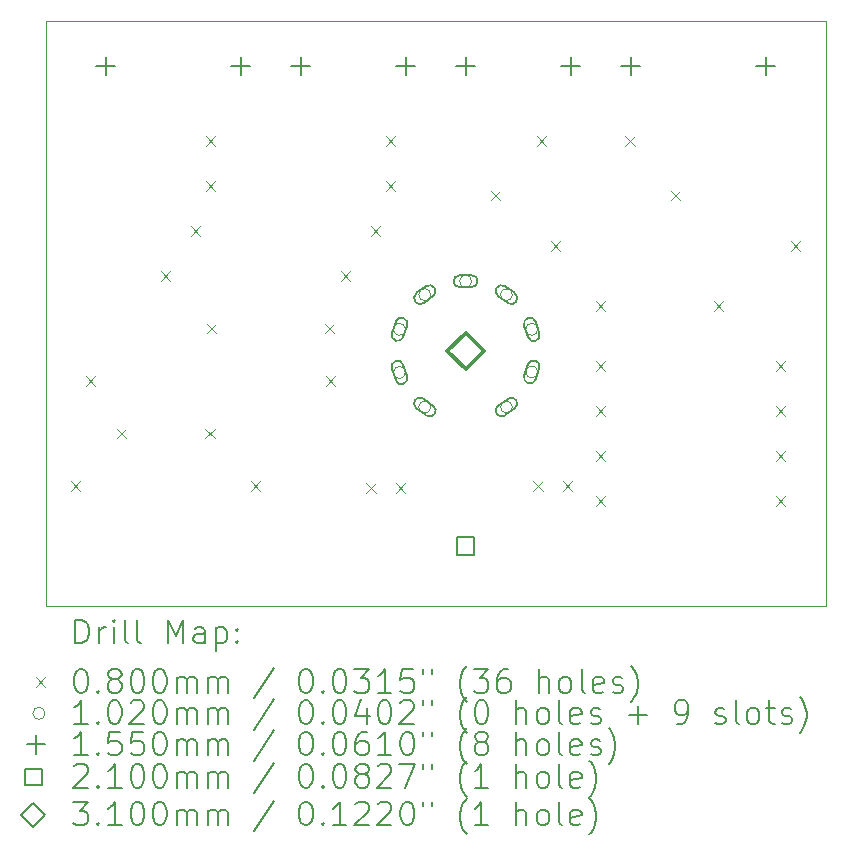
<source format=gbr>
%TF.GenerationSoftware,KiCad,Pcbnew,(6.0.11-0)*%
%TF.CreationDate,2023-05-07T13:50:48+09:00*%
%TF.ProjectId,tubeTest,74756265-5465-4737-942e-6b696361645f,rev?*%
%TF.SameCoordinates,Original*%
%TF.FileFunction,Drillmap*%
%TF.FilePolarity,Positive*%
%FSLAX45Y45*%
G04 Gerber Fmt 4.5, Leading zero omitted, Abs format (unit mm)*
G04 Created by KiCad (PCBNEW (6.0.11-0)) date 2023-05-07 13:50:48*
%MOMM*%
%LPD*%
G01*
G04 APERTURE LIST*
%ADD10C,0.100000*%
%ADD11C,0.200000*%
%ADD12C,0.080000*%
%ADD13C,0.102000*%
%ADD14C,0.155000*%
%ADD15C,0.210000*%
%ADD16C,0.310000*%
G04 APERTURE END LIST*
D10*
X10922000Y-8128000D02*
X17526000Y-8128000D01*
X10922000Y-13081000D02*
X10922000Y-8128000D01*
X17526000Y-13081000D02*
X10922000Y-13081000D01*
X17526000Y-8128000D02*
X17526000Y-13081000D01*
D11*
D12*
X11136000Y-12025000D02*
X11216000Y-12105000D01*
X11216000Y-12025000D02*
X11136000Y-12105000D01*
X11263000Y-11136000D02*
X11343000Y-11216000D01*
X11343000Y-11136000D02*
X11263000Y-11216000D01*
X11523000Y-11580500D02*
X11603000Y-11660500D01*
X11603000Y-11580500D02*
X11523000Y-11660500D01*
X11898000Y-10247000D02*
X11978000Y-10327000D01*
X11978000Y-10247000D02*
X11898000Y-10327000D01*
X12152000Y-9866000D02*
X12232000Y-9946000D01*
X12232000Y-9866000D02*
X12152000Y-9946000D01*
X12273000Y-11580500D02*
X12353000Y-11660500D01*
X12353000Y-11580500D02*
X12273000Y-11660500D01*
X12279000Y-9104000D02*
X12359000Y-9184000D01*
X12359000Y-9104000D02*
X12279000Y-9184000D01*
X12279000Y-9485000D02*
X12359000Y-9565000D01*
X12359000Y-9485000D02*
X12279000Y-9565000D01*
X12287000Y-10691500D02*
X12367000Y-10771500D01*
X12367000Y-10691500D02*
X12287000Y-10771500D01*
X12660000Y-12025000D02*
X12740000Y-12105000D01*
X12740000Y-12025000D02*
X12660000Y-12105000D01*
X13287000Y-10691500D02*
X13367000Y-10771500D01*
X13367000Y-10691500D02*
X13287000Y-10771500D01*
X13295000Y-11136000D02*
X13375000Y-11216000D01*
X13375000Y-11136000D02*
X13295000Y-11216000D01*
X13422000Y-10247000D02*
X13502000Y-10327000D01*
X13502000Y-10247000D02*
X13422000Y-10327000D01*
X13637639Y-12043250D02*
X13717639Y-12123250D01*
X13717639Y-12043250D02*
X13637639Y-12123250D01*
X13676000Y-9866000D02*
X13756000Y-9946000D01*
X13756000Y-9866000D02*
X13676000Y-9946000D01*
X13803000Y-9104000D02*
X13883000Y-9184000D01*
X13883000Y-9104000D02*
X13803000Y-9184000D01*
X13803000Y-9485000D02*
X13883000Y-9565000D01*
X13883000Y-9485000D02*
X13803000Y-9565000D01*
X13887639Y-12043250D02*
X13967639Y-12123250D01*
X13967639Y-12043250D02*
X13887639Y-12123250D01*
X14692000Y-9567000D02*
X14772000Y-9647000D01*
X14772000Y-9567000D02*
X14692000Y-9647000D01*
X15053000Y-12025000D02*
X15133000Y-12105000D01*
X15133000Y-12025000D02*
X15053000Y-12105000D01*
X15079000Y-9104000D02*
X15159000Y-9184000D01*
X15159000Y-9104000D02*
X15079000Y-9184000D01*
X15200000Y-9993000D02*
X15280000Y-10073000D01*
X15280000Y-9993000D02*
X15200000Y-10073000D01*
X15303000Y-12025000D02*
X15383000Y-12105000D01*
X15383000Y-12025000D02*
X15303000Y-12105000D01*
X15581000Y-10501000D02*
X15661000Y-10581000D01*
X15661000Y-10501000D02*
X15581000Y-10581000D01*
X15581000Y-11009000D02*
X15661000Y-11089000D01*
X15661000Y-11009000D02*
X15581000Y-11089000D01*
X15581000Y-11390000D02*
X15661000Y-11470000D01*
X15661000Y-11390000D02*
X15581000Y-11470000D01*
X15581000Y-11771000D02*
X15661000Y-11851000D01*
X15661000Y-11771000D02*
X15581000Y-11851000D01*
X15581000Y-12152000D02*
X15661000Y-12232000D01*
X15661000Y-12152000D02*
X15581000Y-12232000D01*
X15829000Y-9104000D02*
X15909000Y-9184000D01*
X15909000Y-9104000D02*
X15829000Y-9184000D01*
X16216000Y-9567000D02*
X16296000Y-9647000D01*
X16296000Y-9567000D02*
X16216000Y-9647000D01*
X16581000Y-10501000D02*
X16661000Y-10581000D01*
X16661000Y-10501000D02*
X16581000Y-10581000D01*
X17105000Y-11009000D02*
X17185000Y-11089000D01*
X17185000Y-11009000D02*
X17105000Y-11089000D01*
X17105000Y-11390000D02*
X17185000Y-11470000D01*
X17185000Y-11390000D02*
X17105000Y-11470000D01*
X17105000Y-11771000D02*
X17185000Y-11851000D01*
X17185000Y-11771000D02*
X17105000Y-11851000D01*
X17105000Y-12152000D02*
X17185000Y-12232000D01*
X17185000Y-12152000D02*
X17105000Y-12232000D01*
X17232000Y-9993000D02*
X17312000Y-10073000D01*
X17312000Y-9993000D02*
X17232000Y-10073000D01*
D13*
X13969000Y-10739000D02*
G75*
G03*
X13969000Y-10739000I-51000J0D01*
G01*
D11*
X13950898Y-10802788D02*
X13982109Y-10706732D01*
X13853891Y-10771269D02*
X13885101Y-10675212D01*
X13982109Y-10706732D02*
G75*
G03*
X13885101Y-10675212I-48504J15760D01*
G01*
X13853891Y-10771269D02*
G75*
G03*
X13950898Y-10802788I48504J-15760D01*
G01*
D13*
X13969000Y-11104000D02*
G75*
G03*
X13969000Y-11104000I-51000J0D01*
G01*
D11*
X13982109Y-11136269D02*
X13950898Y-11040212D01*
X13885101Y-11167788D02*
X13853891Y-11071732D01*
X13950898Y-11040212D02*
G75*
G03*
X13853891Y-11071732I-48504J-15760D01*
G01*
X13885101Y-11167788D02*
G75*
G03*
X13982109Y-11136269I48504J15760D01*
G01*
D13*
X14184000Y-10446000D02*
G75*
G03*
X14184000Y-10446000I-51000J0D01*
G01*
D11*
X14122122Y-10516943D02*
X14203832Y-10457577D01*
X14062168Y-10434423D02*
X14143878Y-10375057D01*
X14203832Y-10457577D02*
G75*
G03*
X14143878Y-10375057I-29977J41260D01*
G01*
X14062168Y-10434423D02*
G75*
G03*
X14122122Y-10516943I29977J-41260D01*
G01*
D13*
X14184000Y-11397000D02*
G75*
G03*
X14184000Y-11397000I-51000J0D01*
G01*
D11*
X14203832Y-11385423D02*
X14122122Y-11326057D01*
X14143878Y-11467943D02*
X14062168Y-11408577D01*
X14122122Y-11326057D02*
G75*
G03*
X14062168Y-11408577I-29977J-41260D01*
G01*
X14143878Y-11467943D02*
G75*
G03*
X14203832Y-11385423I29977J41260D01*
G01*
D13*
X14529000Y-10332000D02*
G75*
G03*
X14529000Y-10332000I-51000J0D01*
G01*
D11*
X14427500Y-10383000D02*
X14528500Y-10383000D01*
X14427500Y-10281000D02*
X14528500Y-10281000D01*
X14528500Y-10383000D02*
G75*
G03*
X14528500Y-10281000I0J51000D01*
G01*
X14427500Y-10281000D02*
G75*
G03*
X14427500Y-10383000I0J-51000D01*
G01*
D13*
X14875000Y-10446000D02*
G75*
G03*
X14875000Y-10446000I-51000J0D01*
G01*
D11*
X14894832Y-10434423D02*
X14813122Y-10375057D01*
X14834878Y-10516943D02*
X14753168Y-10457577D01*
X14813122Y-10375057D02*
G75*
G03*
X14753168Y-10457577I-29977J-41260D01*
G01*
X14834878Y-10516943D02*
G75*
G03*
X14894832Y-10434423I29977J41260D01*
G01*
D13*
X14875000Y-11397000D02*
G75*
G03*
X14875000Y-11397000I-51000J0D01*
G01*
D11*
X14813122Y-11467943D02*
X14894832Y-11408577D01*
X14753168Y-11385423D02*
X14834878Y-11326057D01*
X14894832Y-11408577D02*
G75*
G03*
X14834878Y-11326057I-29977J41260D01*
G01*
X14753168Y-11385423D02*
G75*
G03*
X14813122Y-11467943I29977J-41260D01*
G01*
D13*
X15090000Y-10739000D02*
G75*
G03*
X15090000Y-10739000I-51000J0D01*
G01*
D11*
X15103109Y-10771269D02*
X15071898Y-10675212D01*
X15006101Y-10802788D02*
X14974891Y-10706732D01*
X15071898Y-10675212D02*
G75*
G03*
X14974891Y-10706732I-48504J-15760D01*
G01*
X15006101Y-10802788D02*
G75*
G03*
X15103109Y-10771269I48504J15760D01*
G01*
D13*
X15090000Y-11100000D02*
G75*
G03*
X15090000Y-11100000I-51000J0D01*
G01*
D11*
X15071898Y-11163788D02*
X15103109Y-11067732D01*
X14974891Y-11132269D02*
X15006101Y-11036212D01*
X15103109Y-11067732D02*
G75*
G03*
X15006101Y-11036212I-48504J15760D01*
G01*
X14974891Y-11132269D02*
G75*
G03*
X15071898Y-11163788I48504J-15760D01*
G01*
D14*
X11430000Y-8431500D02*
X11430000Y-8586500D01*
X11352500Y-8509000D02*
X11507500Y-8509000D01*
X12573000Y-8431500D02*
X12573000Y-8586500D01*
X12495500Y-8509000D02*
X12650500Y-8509000D01*
X13081000Y-8431500D02*
X13081000Y-8586500D01*
X13003500Y-8509000D02*
X13158500Y-8509000D01*
X13970000Y-8431500D02*
X13970000Y-8586500D01*
X13892500Y-8509000D02*
X14047500Y-8509000D01*
X14478000Y-8431500D02*
X14478000Y-8586500D01*
X14400500Y-8509000D02*
X14555500Y-8509000D01*
X15367000Y-8431500D02*
X15367000Y-8586500D01*
X15289500Y-8509000D02*
X15444500Y-8509000D01*
X15875000Y-8431500D02*
X15875000Y-8586500D01*
X15797500Y-8509000D02*
X15952500Y-8509000D01*
X17018000Y-8431500D02*
X17018000Y-8586500D01*
X16940500Y-8509000D02*
X17095500Y-8509000D01*
D15*
X14552247Y-12647247D02*
X14552247Y-12498753D01*
X14403753Y-12498753D01*
X14403753Y-12647247D01*
X14552247Y-12647247D01*
D16*
X14478000Y-11077000D02*
X14633000Y-10922000D01*
X14478000Y-10767000D01*
X14323000Y-10922000D01*
X14478000Y-11077000D01*
D11*
X11174619Y-13396476D02*
X11174619Y-13196476D01*
X11222238Y-13196476D01*
X11250809Y-13206000D01*
X11269857Y-13225048D01*
X11279381Y-13244095D01*
X11288905Y-13282190D01*
X11288905Y-13310762D01*
X11279381Y-13348857D01*
X11269857Y-13367905D01*
X11250809Y-13386952D01*
X11222238Y-13396476D01*
X11174619Y-13396476D01*
X11374619Y-13396476D02*
X11374619Y-13263143D01*
X11374619Y-13301238D02*
X11384143Y-13282190D01*
X11393667Y-13272667D01*
X11412714Y-13263143D01*
X11431762Y-13263143D01*
X11498428Y-13396476D02*
X11498428Y-13263143D01*
X11498428Y-13196476D02*
X11488905Y-13206000D01*
X11498428Y-13215524D01*
X11507952Y-13206000D01*
X11498428Y-13196476D01*
X11498428Y-13215524D01*
X11622238Y-13396476D02*
X11603190Y-13386952D01*
X11593667Y-13367905D01*
X11593667Y-13196476D01*
X11727000Y-13396476D02*
X11707952Y-13386952D01*
X11698428Y-13367905D01*
X11698428Y-13196476D01*
X11955571Y-13396476D02*
X11955571Y-13196476D01*
X12022238Y-13339333D01*
X12088905Y-13196476D01*
X12088905Y-13396476D01*
X12269857Y-13396476D02*
X12269857Y-13291714D01*
X12260333Y-13272667D01*
X12241286Y-13263143D01*
X12203190Y-13263143D01*
X12184143Y-13272667D01*
X12269857Y-13386952D02*
X12250809Y-13396476D01*
X12203190Y-13396476D01*
X12184143Y-13386952D01*
X12174619Y-13367905D01*
X12174619Y-13348857D01*
X12184143Y-13329809D01*
X12203190Y-13320286D01*
X12250809Y-13320286D01*
X12269857Y-13310762D01*
X12365095Y-13263143D02*
X12365095Y-13463143D01*
X12365095Y-13272667D02*
X12384143Y-13263143D01*
X12422238Y-13263143D01*
X12441286Y-13272667D01*
X12450809Y-13282190D01*
X12460333Y-13301238D01*
X12460333Y-13358381D01*
X12450809Y-13377428D01*
X12441286Y-13386952D01*
X12422238Y-13396476D01*
X12384143Y-13396476D01*
X12365095Y-13386952D01*
X12546048Y-13377428D02*
X12555571Y-13386952D01*
X12546048Y-13396476D01*
X12536524Y-13386952D01*
X12546048Y-13377428D01*
X12546048Y-13396476D01*
X12546048Y-13272667D02*
X12555571Y-13282190D01*
X12546048Y-13291714D01*
X12536524Y-13282190D01*
X12546048Y-13272667D01*
X12546048Y-13291714D01*
D12*
X10837000Y-13686000D02*
X10917000Y-13766000D01*
X10917000Y-13686000D02*
X10837000Y-13766000D01*
D11*
X11212714Y-13616476D02*
X11231762Y-13616476D01*
X11250809Y-13626000D01*
X11260333Y-13635524D01*
X11269857Y-13654571D01*
X11279381Y-13692667D01*
X11279381Y-13740286D01*
X11269857Y-13778381D01*
X11260333Y-13797428D01*
X11250809Y-13806952D01*
X11231762Y-13816476D01*
X11212714Y-13816476D01*
X11193667Y-13806952D01*
X11184143Y-13797428D01*
X11174619Y-13778381D01*
X11165095Y-13740286D01*
X11165095Y-13692667D01*
X11174619Y-13654571D01*
X11184143Y-13635524D01*
X11193667Y-13626000D01*
X11212714Y-13616476D01*
X11365095Y-13797428D02*
X11374619Y-13806952D01*
X11365095Y-13816476D01*
X11355571Y-13806952D01*
X11365095Y-13797428D01*
X11365095Y-13816476D01*
X11488905Y-13702190D02*
X11469857Y-13692667D01*
X11460333Y-13683143D01*
X11450809Y-13664095D01*
X11450809Y-13654571D01*
X11460333Y-13635524D01*
X11469857Y-13626000D01*
X11488905Y-13616476D01*
X11527000Y-13616476D01*
X11546048Y-13626000D01*
X11555571Y-13635524D01*
X11565095Y-13654571D01*
X11565095Y-13664095D01*
X11555571Y-13683143D01*
X11546048Y-13692667D01*
X11527000Y-13702190D01*
X11488905Y-13702190D01*
X11469857Y-13711714D01*
X11460333Y-13721238D01*
X11450809Y-13740286D01*
X11450809Y-13778381D01*
X11460333Y-13797428D01*
X11469857Y-13806952D01*
X11488905Y-13816476D01*
X11527000Y-13816476D01*
X11546048Y-13806952D01*
X11555571Y-13797428D01*
X11565095Y-13778381D01*
X11565095Y-13740286D01*
X11555571Y-13721238D01*
X11546048Y-13711714D01*
X11527000Y-13702190D01*
X11688905Y-13616476D02*
X11707952Y-13616476D01*
X11727000Y-13626000D01*
X11736524Y-13635524D01*
X11746048Y-13654571D01*
X11755571Y-13692667D01*
X11755571Y-13740286D01*
X11746048Y-13778381D01*
X11736524Y-13797428D01*
X11727000Y-13806952D01*
X11707952Y-13816476D01*
X11688905Y-13816476D01*
X11669857Y-13806952D01*
X11660333Y-13797428D01*
X11650809Y-13778381D01*
X11641286Y-13740286D01*
X11641286Y-13692667D01*
X11650809Y-13654571D01*
X11660333Y-13635524D01*
X11669857Y-13626000D01*
X11688905Y-13616476D01*
X11879381Y-13616476D02*
X11898428Y-13616476D01*
X11917476Y-13626000D01*
X11927000Y-13635524D01*
X11936524Y-13654571D01*
X11946048Y-13692667D01*
X11946048Y-13740286D01*
X11936524Y-13778381D01*
X11927000Y-13797428D01*
X11917476Y-13806952D01*
X11898428Y-13816476D01*
X11879381Y-13816476D01*
X11860333Y-13806952D01*
X11850809Y-13797428D01*
X11841286Y-13778381D01*
X11831762Y-13740286D01*
X11831762Y-13692667D01*
X11841286Y-13654571D01*
X11850809Y-13635524D01*
X11860333Y-13626000D01*
X11879381Y-13616476D01*
X12031762Y-13816476D02*
X12031762Y-13683143D01*
X12031762Y-13702190D02*
X12041286Y-13692667D01*
X12060333Y-13683143D01*
X12088905Y-13683143D01*
X12107952Y-13692667D01*
X12117476Y-13711714D01*
X12117476Y-13816476D01*
X12117476Y-13711714D02*
X12127000Y-13692667D01*
X12146048Y-13683143D01*
X12174619Y-13683143D01*
X12193667Y-13692667D01*
X12203190Y-13711714D01*
X12203190Y-13816476D01*
X12298428Y-13816476D02*
X12298428Y-13683143D01*
X12298428Y-13702190D02*
X12307952Y-13692667D01*
X12327000Y-13683143D01*
X12355571Y-13683143D01*
X12374619Y-13692667D01*
X12384143Y-13711714D01*
X12384143Y-13816476D01*
X12384143Y-13711714D02*
X12393667Y-13692667D01*
X12412714Y-13683143D01*
X12441286Y-13683143D01*
X12460333Y-13692667D01*
X12469857Y-13711714D01*
X12469857Y-13816476D01*
X12860333Y-13606952D02*
X12688905Y-13864095D01*
X13117476Y-13616476D02*
X13136524Y-13616476D01*
X13155571Y-13626000D01*
X13165095Y-13635524D01*
X13174619Y-13654571D01*
X13184143Y-13692667D01*
X13184143Y-13740286D01*
X13174619Y-13778381D01*
X13165095Y-13797428D01*
X13155571Y-13806952D01*
X13136524Y-13816476D01*
X13117476Y-13816476D01*
X13098428Y-13806952D01*
X13088905Y-13797428D01*
X13079381Y-13778381D01*
X13069857Y-13740286D01*
X13069857Y-13692667D01*
X13079381Y-13654571D01*
X13088905Y-13635524D01*
X13098428Y-13626000D01*
X13117476Y-13616476D01*
X13269857Y-13797428D02*
X13279381Y-13806952D01*
X13269857Y-13816476D01*
X13260333Y-13806952D01*
X13269857Y-13797428D01*
X13269857Y-13816476D01*
X13403190Y-13616476D02*
X13422238Y-13616476D01*
X13441286Y-13626000D01*
X13450809Y-13635524D01*
X13460333Y-13654571D01*
X13469857Y-13692667D01*
X13469857Y-13740286D01*
X13460333Y-13778381D01*
X13450809Y-13797428D01*
X13441286Y-13806952D01*
X13422238Y-13816476D01*
X13403190Y-13816476D01*
X13384143Y-13806952D01*
X13374619Y-13797428D01*
X13365095Y-13778381D01*
X13355571Y-13740286D01*
X13355571Y-13692667D01*
X13365095Y-13654571D01*
X13374619Y-13635524D01*
X13384143Y-13626000D01*
X13403190Y-13616476D01*
X13536524Y-13616476D02*
X13660333Y-13616476D01*
X13593667Y-13692667D01*
X13622238Y-13692667D01*
X13641286Y-13702190D01*
X13650809Y-13711714D01*
X13660333Y-13730762D01*
X13660333Y-13778381D01*
X13650809Y-13797428D01*
X13641286Y-13806952D01*
X13622238Y-13816476D01*
X13565095Y-13816476D01*
X13546048Y-13806952D01*
X13536524Y-13797428D01*
X13850809Y-13816476D02*
X13736524Y-13816476D01*
X13793667Y-13816476D02*
X13793667Y-13616476D01*
X13774619Y-13645048D01*
X13755571Y-13664095D01*
X13736524Y-13673619D01*
X14031762Y-13616476D02*
X13936524Y-13616476D01*
X13927000Y-13711714D01*
X13936524Y-13702190D01*
X13955571Y-13692667D01*
X14003190Y-13692667D01*
X14022238Y-13702190D01*
X14031762Y-13711714D01*
X14041286Y-13730762D01*
X14041286Y-13778381D01*
X14031762Y-13797428D01*
X14022238Y-13806952D01*
X14003190Y-13816476D01*
X13955571Y-13816476D01*
X13936524Y-13806952D01*
X13927000Y-13797428D01*
X14117476Y-13616476D02*
X14117476Y-13654571D01*
X14193667Y-13616476D02*
X14193667Y-13654571D01*
X14488905Y-13892667D02*
X14479381Y-13883143D01*
X14460333Y-13854571D01*
X14450809Y-13835524D01*
X14441286Y-13806952D01*
X14431762Y-13759333D01*
X14431762Y-13721238D01*
X14441286Y-13673619D01*
X14450809Y-13645048D01*
X14460333Y-13626000D01*
X14479381Y-13597428D01*
X14488905Y-13587905D01*
X14546048Y-13616476D02*
X14669857Y-13616476D01*
X14603190Y-13692667D01*
X14631762Y-13692667D01*
X14650809Y-13702190D01*
X14660333Y-13711714D01*
X14669857Y-13730762D01*
X14669857Y-13778381D01*
X14660333Y-13797428D01*
X14650809Y-13806952D01*
X14631762Y-13816476D01*
X14574619Y-13816476D01*
X14555571Y-13806952D01*
X14546048Y-13797428D01*
X14841286Y-13616476D02*
X14803190Y-13616476D01*
X14784143Y-13626000D01*
X14774619Y-13635524D01*
X14755571Y-13664095D01*
X14746048Y-13702190D01*
X14746048Y-13778381D01*
X14755571Y-13797428D01*
X14765095Y-13806952D01*
X14784143Y-13816476D01*
X14822238Y-13816476D01*
X14841286Y-13806952D01*
X14850809Y-13797428D01*
X14860333Y-13778381D01*
X14860333Y-13730762D01*
X14850809Y-13711714D01*
X14841286Y-13702190D01*
X14822238Y-13692667D01*
X14784143Y-13692667D01*
X14765095Y-13702190D01*
X14755571Y-13711714D01*
X14746048Y-13730762D01*
X15098428Y-13816476D02*
X15098428Y-13616476D01*
X15184143Y-13816476D02*
X15184143Y-13711714D01*
X15174619Y-13692667D01*
X15155571Y-13683143D01*
X15127000Y-13683143D01*
X15107952Y-13692667D01*
X15098428Y-13702190D01*
X15307952Y-13816476D02*
X15288905Y-13806952D01*
X15279381Y-13797428D01*
X15269857Y-13778381D01*
X15269857Y-13721238D01*
X15279381Y-13702190D01*
X15288905Y-13692667D01*
X15307952Y-13683143D01*
X15336524Y-13683143D01*
X15355571Y-13692667D01*
X15365095Y-13702190D01*
X15374619Y-13721238D01*
X15374619Y-13778381D01*
X15365095Y-13797428D01*
X15355571Y-13806952D01*
X15336524Y-13816476D01*
X15307952Y-13816476D01*
X15488905Y-13816476D02*
X15469857Y-13806952D01*
X15460333Y-13787905D01*
X15460333Y-13616476D01*
X15641286Y-13806952D02*
X15622238Y-13816476D01*
X15584143Y-13816476D01*
X15565095Y-13806952D01*
X15555571Y-13787905D01*
X15555571Y-13711714D01*
X15565095Y-13692667D01*
X15584143Y-13683143D01*
X15622238Y-13683143D01*
X15641286Y-13692667D01*
X15650809Y-13711714D01*
X15650809Y-13730762D01*
X15555571Y-13749809D01*
X15727000Y-13806952D02*
X15746048Y-13816476D01*
X15784143Y-13816476D01*
X15803190Y-13806952D01*
X15812714Y-13787905D01*
X15812714Y-13778381D01*
X15803190Y-13759333D01*
X15784143Y-13749809D01*
X15755571Y-13749809D01*
X15736524Y-13740286D01*
X15727000Y-13721238D01*
X15727000Y-13711714D01*
X15736524Y-13692667D01*
X15755571Y-13683143D01*
X15784143Y-13683143D01*
X15803190Y-13692667D01*
X15879381Y-13892667D02*
X15888905Y-13883143D01*
X15907952Y-13854571D01*
X15917476Y-13835524D01*
X15927000Y-13806952D01*
X15936524Y-13759333D01*
X15936524Y-13721238D01*
X15927000Y-13673619D01*
X15917476Y-13645048D01*
X15907952Y-13626000D01*
X15888905Y-13597428D01*
X15879381Y-13587905D01*
D13*
X10917000Y-13990000D02*
G75*
G03*
X10917000Y-13990000I-51000J0D01*
G01*
D11*
X11279381Y-14080476D02*
X11165095Y-14080476D01*
X11222238Y-14080476D02*
X11222238Y-13880476D01*
X11203190Y-13909048D01*
X11184143Y-13928095D01*
X11165095Y-13937619D01*
X11365095Y-14061428D02*
X11374619Y-14070952D01*
X11365095Y-14080476D01*
X11355571Y-14070952D01*
X11365095Y-14061428D01*
X11365095Y-14080476D01*
X11498428Y-13880476D02*
X11517476Y-13880476D01*
X11536524Y-13890000D01*
X11546048Y-13899524D01*
X11555571Y-13918571D01*
X11565095Y-13956667D01*
X11565095Y-14004286D01*
X11555571Y-14042381D01*
X11546048Y-14061428D01*
X11536524Y-14070952D01*
X11517476Y-14080476D01*
X11498428Y-14080476D01*
X11479381Y-14070952D01*
X11469857Y-14061428D01*
X11460333Y-14042381D01*
X11450809Y-14004286D01*
X11450809Y-13956667D01*
X11460333Y-13918571D01*
X11469857Y-13899524D01*
X11479381Y-13890000D01*
X11498428Y-13880476D01*
X11641286Y-13899524D02*
X11650809Y-13890000D01*
X11669857Y-13880476D01*
X11717476Y-13880476D01*
X11736524Y-13890000D01*
X11746048Y-13899524D01*
X11755571Y-13918571D01*
X11755571Y-13937619D01*
X11746048Y-13966190D01*
X11631762Y-14080476D01*
X11755571Y-14080476D01*
X11879381Y-13880476D02*
X11898428Y-13880476D01*
X11917476Y-13890000D01*
X11927000Y-13899524D01*
X11936524Y-13918571D01*
X11946048Y-13956667D01*
X11946048Y-14004286D01*
X11936524Y-14042381D01*
X11927000Y-14061428D01*
X11917476Y-14070952D01*
X11898428Y-14080476D01*
X11879381Y-14080476D01*
X11860333Y-14070952D01*
X11850809Y-14061428D01*
X11841286Y-14042381D01*
X11831762Y-14004286D01*
X11831762Y-13956667D01*
X11841286Y-13918571D01*
X11850809Y-13899524D01*
X11860333Y-13890000D01*
X11879381Y-13880476D01*
X12031762Y-14080476D02*
X12031762Y-13947143D01*
X12031762Y-13966190D02*
X12041286Y-13956667D01*
X12060333Y-13947143D01*
X12088905Y-13947143D01*
X12107952Y-13956667D01*
X12117476Y-13975714D01*
X12117476Y-14080476D01*
X12117476Y-13975714D02*
X12127000Y-13956667D01*
X12146048Y-13947143D01*
X12174619Y-13947143D01*
X12193667Y-13956667D01*
X12203190Y-13975714D01*
X12203190Y-14080476D01*
X12298428Y-14080476D02*
X12298428Y-13947143D01*
X12298428Y-13966190D02*
X12307952Y-13956667D01*
X12327000Y-13947143D01*
X12355571Y-13947143D01*
X12374619Y-13956667D01*
X12384143Y-13975714D01*
X12384143Y-14080476D01*
X12384143Y-13975714D02*
X12393667Y-13956667D01*
X12412714Y-13947143D01*
X12441286Y-13947143D01*
X12460333Y-13956667D01*
X12469857Y-13975714D01*
X12469857Y-14080476D01*
X12860333Y-13870952D02*
X12688905Y-14128095D01*
X13117476Y-13880476D02*
X13136524Y-13880476D01*
X13155571Y-13890000D01*
X13165095Y-13899524D01*
X13174619Y-13918571D01*
X13184143Y-13956667D01*
X13184143Y-14004286D01*
X13174619Y-14042381D01*
X13165095Y-14061428D01*
X13155571Y-14070952D01*
X13136524Y-14080476D01*
X13117476Y-14080476D01*
X13098428Y-14070952D01*
X13088905Y-14061428D01*
X13079381Y-14042381D01*
X13069857Y-14004286D01*
X13069857Y-13956667D01*
X13079381Y-13918571D01*
X13088905Y-13899524D01*
X13098428Y-13890000D01*
X13117476Y-13880476D01*
X13269857Y-14061428D02*
X13279381Y-14070952D01*
X13269857Y-14080476D01*
X13260333Y-14070952D01*
X13269857Y-14061428D01*
X13269857Y-14080476D01*
X13403190Y-13880476D02*
X13422238Y-13880476D01*
X13441286Y-13890000D01*
X13450809Y-13899524D01*
X13460333Y-13918571D01*
X13469857Y-13956667D01*
X13469857Y-14004286D01*
X13460333Y-14042381D01*
X13450809Y-14061428D01*
X13441286Y-14070952D01*
X13422238Y-14080476D01*
X13403190Y-14080476D01*
X13384143Y-14070952D01*
X13374619Y-14061428D01*
X13365095Y-14042381D01*
X13355571Y-14004286D01*
X13355571Y-13956667D01*
X13365095Y-13918571D01*
X13374619Y-13899524D01*
X13384143Y-13890000D01*
X13403190Y-13880476D01*
X13641286Y-13947143D02*
X13641286Y-14080476D01*
X13593667Y-13870952D02*
X13546048Y-14013809D01*
X13669857Y-14013809D01*
X13784143Y-13880476D02*
X13803190Y-13880476D01*
X13822238Y-13890000D01*
X13831762Y-13899524D01*
X13841286Y-13918571D01*
X13850809Y-13956667D01*
X13850809Y-14004286D01*
X13841286Y-14042381D01*
X13831762Y-14061428D01*
X13822238Y-14070952D01*
X13803190Y-14080476D01*
X13784143Y-14080476D01*
X13765095Y-14070952D01*
X13755571Y-14061428D01*
X13746048Y-14042381D01*
X13736524Y-14004286D01*
X13736524Y-13956667D01*
X13746048Y-13918571D01*
X13755571Y-13899524D01*
X13765095Y-13890000D01*
X13784143Y-13880476D01*
X13927000Y-13899524D02*
X13936524Y-13890000D01*
X13955571Y-13880476D01*
X14003190Y-13880476D01*
X14022238Y-13890000D01*
X14031762Y-13899524D01*
X14041286Y-13918571D01*
X14041286Y-13937619D01*
X14031762Y-13966190D01*
X13917476Y-14080476D01*
X14041286Y-14080476D01*
X14117476Y-13880476D02*
X14117476Y-13918571D01*
X14193667Y-13880476D02*
X14193667Y-13918571D01*
X14488905Y-14156667D02*
X14479381Y-14147143D01*
X14460333Y-14118571D01*
X14450809Y-14099524D01*
X14441286Y-14070952D01*
X14431762Y-14023333D01*
X14431762Y-13985238D01*
X14441286Y-13937619D01*
X14450809Y-13909048D01*
X14460333Y-13890000D01*
X14479381Y-13861428D01*
X14488905Y-13851905D01*
X14603190Y-13880476D02*
X14622238Y-13880476D01*
X14641286Y-13890000D01*
X14650809Y-13899524D01*
X14660333Y-13918571D01*
X14669857Y-13956667D01*
X14669857Y-14004286D01*
X14660333Y-14042381D01*
X14650809Y-14061428D01*
X14641286Y-14070952D01*
X14622238Y-14080476D01*
X14603190Y-14080476D01*
X14584143Y-14070952D01*
X14574619Y-14061428D01*
X14565095Y-14042381D01*
X14555571Y-14004286D01*
X14555571Y-13956667D01*
X14565095Y-13918571D01*
X14574619Y-13899524D01*
X14584143Y-13890000D01*
X14603190Y-13880476D01*
X14907952Y-14080476D02*
X14907952Y-13880476D01*
X14993667Y-14080476D02*
X14993667Y-13975714D01*
X14984143Y-13956667D01*
X14965095Y-13947143D01*
X14936524Y-13947143D01*
X14917476Y-13956667D01*
X14907952Y-13966190D01*
X15117476Y-14080476D02*
X15098428Y-14070952D01*
X15088905Y-14061428D01*
X15079381Y-14042381D01*
X15079381Y-13985238D01*
X15088905Y-13966190D01*
X15098428Y-13956667D01*
X15117476Y-13947143D01*
X15146048Y-13947143D01*
X15165095Y-13956667D01*
X15174619Y-13966190D01*
X15184143Y-13985238D01*
X15184143Y-14042381D01*
X15174619Y-14061428D01*
X15165095Y-14070952D01*
X15146048Y-14080476D01*
X15117476Y-14080476D01*
X15298428Y-14080476D02*
X15279381Y-14070952D01*
X15269857Y-14051905D01*
X15269857Y-13880476D01*
X15450809Y-14070952D02*
X15431762Y-14080476D01*
X15393667Y-14080476D01*
X15374619Y-14070952D01*
X15365095Y-14051905D01*
X15365095Y-13975714D01*
X15374619Y-13956667D01*
X15393667Y-13947143D01*
X15431762Y-13947143D01*
X15450809Y-13956667D01*
X15460333Y-13975714D01*
X15460333Y-13994762D01*
X15365095Y-14013809D01*
X15536524Y-14070952D02*
X15555571Y-14080476D01*
X15593667Y-14080476D01*
X15612714Y-14070952D01*
X15622238Y-14051905D01*
X15622238Y-14042381D01*
X15612714Y-14023333D01*
X15593667Y-14013809D01*
X15565095Y-14013809D01*
X15546048Y-14004286D01*
X15536524Y-13985238D01*
X15536524Y-13975714D01*
X15546048Y-13956667D01*
X15565095Y-13947143D01*
X15593667Y-13947143D01*
X15612714Y-13956667D01*
X15860333Y-14004286D02*
X16012714Y-14004286D01*
X15936524Y-14080476D02*
X15936524Y-13928095D01*
X16269857Y-14080476D02*
X16307952Y-14080476D01*
X16327000Y-14070952D01*
X16336524Y-14061428D01*
X16355571Y-14032857D01*
X16365095Y-13994762D01*
X16365095Y-13918571D01*
X16355571Y-13899524D01*
X16346048Y-13890000D01*
X16327000Y-13880476D01*
X16288905Y-13880476D01*
X16269857Y-13890000D01*
X16260333Y-13899524D01*
X16250809Y-13918571D01*
X16250809Y-13966190D01*
X16260333Y-13985238D01*
X16269857Y-13994762D01*
X16288905Y-14004286D01*
X16327000Y-14004286D01*
X16346048Y-13994762D01*
X16355571Y-13985238D01*
X16365095Y-13966190D01*
X16593667Y-14070952D02*
X16612714Y-14080476D01*
X16650809Y-14080476D01*
X16669857Y-14070952D01*
X16679381Y-14051905D01*
X16679381Y-14042381D01*
X16669857Y-14023333D01*
X16650809Y-14013809D01*
X16622238Y-14013809D01*
X16603190Y-14004286D01*
X16593667Y-13985238D01*
X16593667Y-13975714D01*
X16603190Y-13956667D01*
X16622238Y-13947143D01*
X16650809Y-13947143D01*
X16669857Y-13956667D01*
X16793667Y-14080476D02*
X16774619Y-14070952D01*
X16765095Y-14051905D01*
X16765095Y-13880476D01*
X16898429Y-14080476D02*
X16879381Y-14070952D01*
X16869857Y-14061428D01*
X16860333Y-14042381D01*
X16860333Y-13985238D01*
X16869857Y-13966190D01*
X16879381Y-13956667D01*
X16898429Y-13947143D01*
X16927000Y-13947143D01*
X16946048Y-13956667D01*
X16955571Y-13966190D01*
X16965095Y-13985238D01*
X16965095Y-14042381D01*
X16955571Y-14061428D01*
X16946048Y-14070952D01*
X16927000Y-14080476D01*
X16898429Y-14080476D01*
X17022238Y-13947143D02*
X17098429Y-13947143D01*
X17050810Y-13880476D02*
X17050810Y-14051905D01*
X17060333Y-14070952D01*
X17079381Y-14080476D01*
X17098429Y-14080476D01*
X17155571Y-14070952D02*
X17174619Y-14080476D01*
X17212714Y-14080476D01*
X17231762Y-14070952D01*
X17241286Y-14051905D01*
X17241286Y-14042381D01*
X17231762Y-14023333D01*
X17212714Y-14013809D01*
X17184143Y-14013809D01*
X17165095Y-14004286D01*
X17155571Y-13985238D01*
X17155571Y-13975714D01*
X17165095Y-13956667D01*
X17184143Y-13947143D01*
X17212714Y-13947143D01*
X17231762Y-13956667D01*
X17307952Y-14156667D02*
X17317476Y-14147143D01*
X17336524Y-14118571D01*
X17346048Y-14099524D01*
X17355571Y-14070952D01*
X17365095Y-14023333D01*
X17365095Y-13985238D01*
X17355571Y-13937619D01*
X17346048Y-13909048D01*
X17336524Y-13890000D01*
X17317476Y-13861428D01*
X17307952Y-13851905D01*
D14*
X10839500Y-14176500D02*
X10839500Y-14331500D01*
X10762000Y-14254000D02*
X10917000Y-14254000D01*
D11*
X11279381Y-14344476D02*
X11165095Y-14344476D01*
X11222238Y-14344476D02*
X11222238Y-14144476D01*
X11203190Y-14173048D01*
X11184143Y-14192095D01*
X11165095Y-14201619D01*
X11365095Y-14325428D02*
X11374619Y-14334952D01*
X11365095Y-14344476D01*
X11355571Y-14334952D01*
X11365095Y-14325428D01*
X11365095Y-14344476D01*
X11555571Y-14144476D02*
X11460333Y-14144476D01*
X11450809Y-14239714D01*
X11460333Y-14230190D01*
X11479381Y-14220667D01*
X11527000Y-14220667D01*
X11546048Y-14230190D01*
X11555571Y-14239714D01*
X11565095Y-14258762D01*
X11565095Y-14306381D01*
X11555571Y-14325428D01*
X11546048Y-14334952D01*
X11527000Y-14344476D01*
X11479381Y-14344476D01*
X11460333Y-14334952D01*
X11450809Y-14325428D01*
X11746048Y-14144476D02*
X11650809Y-14144476D01*
X11641286Y-14239714D01*
X11650809Y-14230190D01*
X11669857Y-14220667D01*
X11717476Y-14220667D01*
X11736524Y-14230190D01*
X11746048Y-14239714D01*
X11755571Y-14258762D01*
X11755571Y-14306381D01*
X11746048Y-14325428D01*
X11736524Y-14334952D01*
X11717476Y-14344476D01*
X11669857Y-14344476D01*
X11650809Y-14334952D01*
X11641286Y-14325428D01*
X11879381Y-14144476D02*
X11898428Y-14144476D01*
X11917476Y-14154000D01*
X11927000Y-14163524D01*
X11936524Y-14182571D01*
X11946048Y-14220667D01*
X11946048Y-14268286D01*
X11936524Y-14306381D01*
X11927000Y-14325428D01*
X11917476Y-14334952D01*
X11898428Y-14344476D01*
X11879381Y-14344476D01*
X11860333Y-14334952D01*
X11850809Y-14325428D01*
X11841286Y-14306381D01*
X11831762Y-14268286D01*
X11831762Y-14220667D01*
X11841286Y-14182571D01*
X11850809Y-14163524D01*
X11860333Y-14154000D01*
X11879381Y-14144476D01*
X12031762Y-14344476D02*
X12031762Y-14211143D01*
X12031762Y-14230190D02*
X12041286Y-14220667D01*
X12060333Y-14211143D01*
X12088905Y-14211143D01*
X12107952Y-14220667D01*
X12117476Y-14239714D01*
X12117476Y-14344476D01*
X12117476Y-14239714D02*
X12127000Y-14220667D01*
X12146048Y-14211143D01*
X12174619Y-14211143D01*
X12193667Y-14220667D01*
X12203190Y-14239714D01*
X12203190Y-14344476D01*
X12298428Y-14344476D02*
X12298428Y-14211143D01*
X12298428Y-14230190D02*
X12307952Y-14220667D01*
X12327000Y-14211143D01*
X12355571Y-14211143D01*
X12374619Y-14220667D01*
X12384143Y-14239714D01*
X12384143Y-14344476D01*
X12384143Y-14239714D02*
X12393667Y-14220667D01*
X12412714Y-14211143D01*
X12441286Y-14211143D01*
X12460333Y-14220667D01*
X12469857Y-14239714D01*
X12469857Y-14344476D01*
X12860333Y-14134952D02*
X12688905Y-14392095D01*
X13117476Y-14144476D02*
X13136524Y-14144476D01*
X13155571Y-14154000D01*
X13165095Y-14163524D01*
X13174619Y-14182571D01*
X13184143Y-14220667D01*
X13184143Y-14268286D01*
X13174619Y-14306381D01*
X13165095Y-14325428D01*
X13155571Y-14334952D01*
X13136524Y-14344476D01*
X13117476Y-14344476D01*
X13098428Y-14334952D01*
X13088905Y-14325428D01*
X13079381Y-14306381D01*
X13069857Y-14268286D01*
X13069857Y-14220667D01*
X13079381Y-14182571D01*
X13088905Y-14163524D01*
X13098428Y-14154000D01*
X13117476Y-14144476D01*
X13269857Y-14325428D02*
X13279381Y-14334952D01*
X13269857Y-14344476D01*
X13260333Y-14334952D01*
X13269857Y-14325428D01*
X13269857Y-14344476D01*
X13403190Y-14144476D02*
X13422238Y-14144476D01*
X13441286Y-14154000D01*
X13450809Y-14163524D01*
X13460333Y-14182571D01*
X13469857Y-14220667D01*
X13469857Y-14268286D01*
X13460333Y-14306381D01*
X13450809Y-14325428D01*
X13441286Y-14334952D01*
X13422238Y-14344476D01*
X13403190Y-14344476D01*
X13384143Y-14334952D01*
X13374619Y-14325428D01*
X13365095Y-14306381D01*
X13355571Y-14268286D01*
X13355571Y-14220667D01*
X13365095Y-14182571D01*
X13374619Y-14163524D01*
X13384143Y-14154000D01*
X13403190Y-14144476D01*
X13641286Y-14144476D02*
X13603190Y-14144476D01*
X13584143Y-14154000D01*
X13574619Y-14163524D01*
X13555571Y-14192095D01*
X13546048Y-14230190D01*
X13546048Y-14306381D01*
X13555571Y-14325428D01*
X13565095Y-14334952D01*
X13584143Y-14344476D01*
X13622238Y-14344476D01*
X13641286Y-14334952D01*
X13650809Y-14325428D01*
X13660333Y-14306381D01*
X13660333Y-14258762D01*
X13650809Y-14239714D01*
X13641286Y-14230190D01*
X13622238Y-14220667D01*
X13584143Y-14220667D01*
X13565095Y-14230190D01*
X13555571Y-14239714D01*
X13546048Y-14258762D01*
X13850809Y-14344476D02*
X13736524Y-14344476D01*
X13793667Y-14344476D02*
X13793667Y-14144476D01*
X13774619Y-14173048D01*
X13755571Y-14192095D01*
X13736524Y-14201619D01*
X13974619Y-14144476D02*
X13993667Y-14144476D01*
X14012714Y-14154000D01*
X14022238Y-14163524D01*
X14031762Y-14182571D01*
X14041286Y-14220667D01*
X14041286Y-14268286D01*
X14031762Y-14306381D01*
X14022238Y-14325428D01*
X14012714Y-14334952D01*
X13993667Y-14344476D01*
X13974619Y-14344476D01*
X13955571Y-14334952D01*
X13946048Y-14325428D01*
X13936524Y-14306381D01*
X13927000Y-14268286D01*
X13927000Y-14220667D01*
X13936524Y-14182571D01*
X13946048Y-14163524D01*
X13955571Y-14154000D01*
X13974619Y-14144476D01*
X14117476Y-14144476D02*
X14117476Y-14182571D01*
X14193667Y-14144476D02*
X14193667Y-14182571D01*
X14488905Y-14420667D02*
X14479381Y-14411143D01*
X14460333Y-14382571D01*
X14450809Y-14363524D01*
X14441286Y-14334952D01*
X14431762Y-14287333D01*
X14431762Y-14249238D01*
X14441286Y-14201619D01*
X14450809Y-14173048D01*
X14460333Y-14154000D01*
X14479381Y-14125428D01*
X14488905Y-14115905D01*
X14593667Y-14230190D02*
X14574619Y-14220667D01*
X14565095Y-14211143D01*
X14555571Y-14192095D01*
X14555571Y-14182571D01*
X14565095Y-14163524D01*
X14574619Y-14154000D01*
X14593667Y-14144476D01*
X14631762Y-14144476D01*
X14650809Y-14154000D01*
X14660333Y-14163524D01*
X14669857Y-14182571D01*
X14669857Y-14192095D01*
X14660333Y-14211143D01*
X14650809Y-14220667D01*
X14631762Y-14230190D01*
X14593667Y-14230190D01*
X14574619Y-14239714D01*
X14565095Y-14249238D01*
X14555571Y-14268286D01*
X14555571Y-14306381D01*
X14565095Y-14325428D01*
X14574619Y-14334952D01*
X14593667Y-14344476D01*
X14631762Y-14344476D01*
X14650809Y-14334952D01*
X14660333Y-14325428D01*
X14669857Y-14306381D01*
X14669857Y-14268286D01*
X14660333Y-14249238D01*
X14650809Y-14239714D01*
X14631762Y-14230190D01*
X14907952Y-14344476D02*
X14907952Y-14144476D01*
X14993667Y-14344476D02*
X14993667Y-14239714D01*
X14984143Y-14220667D01*
X14965095Y-14211143D01*
X14936524Y-14211143D01*
X14917476Y-14220667D01*
X14907952Y-14230190D01*
X15117476Y-14344476D02*
X15098428Y-14334952D01*
X15088905Y-14325428D01*
X15079381Y-14306381D01*
X15079381Y-14249238D01*
X15088905Y-14230190D01*
X15098428Y-14220667D01*
X15117476Y-14211143D01*
X15146048Y-14211143D01*
X15165095Y-14220667D01*
X15174619Y-14230190D01*
X15184143Y-14249238D01*
X15184143Y-14306381D01*
X15174619Y-14325428D01*
X15165095Y-14334952D01*
X15146048Y-14344476D01*
X15117476Y-14344476D01*
X15298428Y-14344476D02*
X15279381Y-14334952D01*
X15269857Y-14315905D01*
X15269857Y-14144476D01*
X15450809Y-14334952D02*
X15431762Y-14344476D01*
X15393667Y-14344476D01*
X15374619Y-14334952D01*
X15365095Y-14315905D01*
X15365095Y-14239714D01*
X15374619Y-14220667D01*
X15393667Y-14211143D01*
X15431762Y-14211143D01*
X15450809Y-14220667D01*
X15460333Y-14239714D01*
X15460333Y-14258762D01*
X15365095Y-14277809D01*
X15536524Y-14334952D02*
X15555571Y-14344476D01*
X15593667Y-14344476D01*
X15612714Y-14334952D01*
X15622238Y-14315905D01*
X15622238Y-14306381D01*
X15612714Y-14287333D01*
X15593667Y-14277809D01*
X15565095Y-14277809D01*
X15546048Y-14268286D01*
X15536524Y-14249238D01*
X15536524Y-14239714D01*
X15546048Y-14220667D01*
X15565095Y-14211143D01*
X15593667Y-14211143D01*
X15612714Y-14220667D01*
X15688905Y-14420667D02*
X15698428Y-14411143D01*
X15717476Y-14382571D01*
X15727000Y-14363524D01*
X15736524Y-14334952D01*
X15746048Y-14287333D01*
X15746048Y-14249238D01*
X15736524Y-14201619D01*
X15727000Y-14173048D01*
X15717476Y-14154000D01*
X15698428Y-14125428D01*
X15688905Y-14115905D01*
X10887711Y-14599711D02*
X10887711Y-14458289D01*
X10746289Y-14458289D01*
X10746289Y-14599711D01*
X10887711Y-14599711D01*
X11165095Y-14438524D02*
X11174619Y-14429000D01*
X11193667Y-14419476D01*
X11241286Y-14419476D01*
X11260333Y-14429000D01*
X11269857Y-14438524D01*
X11279381Y-14457571D01*
X11279381Y-14476619D01*
X11269857Y-14505190D01*
X11155571Y-14619476D01*
X11279381Y-14619476D01*
X11365095Y-14600428D02*
X11374619Y-14609952D01*
X11365095Y-14619476D01*
X11355571Y-14609952D01*
X11365095Y-14600428D01*
X11365095Y-14619476D01*
X11565095Y-14619476D02*
X11450809Y-14619476D01*
X11507952Y-14619476D02*
X11507952Y-14419476D01*
X11488905Y-14448048D01*
X11469857Y-14467095D01*
X11450809Y-14476619D01*
X11688905Y-14419476D02*
X11707952Y-14419476D01*
X11727000Y-14429000D01*
X11736524Y-14438524D01*
X11746048Y-14457571D01*
X11755571Y-14495667D01*
X11755571Y-14543286D01*
X11746048Y-14581381D01*
X11736524Y-14600428D01*
X11727000Y-14609952D01*
X11707952Y-14619476D01*
X11688905Y-14619476D01*
X11669857Y-14609952D01*
X11660333Y-14600428D01*
X11650809Y-14581381D01*
X11641286Y-14543286D01*
X11641286Y-14495667D01*
X11650809Y-14457571D01*
X11660333Y-14438524D01*
X11669857Y-14429000D01*
X11688905Y-14419476D01*
X11879381Y-14419476D02*
X11898428Y-14419476D01*
X11917476Y-14429000D01*
X11927000Y-14438524D01*
X11936524Y-14457571D01*
X11946048Y-14495667D01*
X11946048Y-14543286D01*
X11936524Y-14581381D01*
X11927000Y-14600428D01*
X11917476Y-14609952D01*
X11898428Y-14619476D01*
X11879381Y-14619476D01*
X11860333Y-14609952D01*
X11850809Y-14600428D01*
X11841286Y-14581381D01*
X11831762Y-14543286D01*
X11831762Y-14495667D01*
X11841286Y-14457571D01*
X11850809Y-14438524D01*
X11860333Y-14429000D01*
X11879381Y-14419476D01*
X12031762Y-14619476D02*
X12031762Y-14486143D01*
X12031762Y-14505190D02*
X12041286Y-14495667D01*
X12060333Y-14486143D01*
X12088905Y-14486143D01*
X12107952Y-14495667D01*
X12117476Y-14514714D01*
X12117476Y-14619476D01*
X12117476Y-14514714D02*
X12127000Y-14495667D01*
X12146048Y-14486143D01*
X12174619Y-14486143D01*
X12193667Y-14495667D01*
X12203190Y-14514714D01*
X12203190Y-14619476D01*
X12298428Y-14619476D02*
X12298428Y-14486143D01*
X12298428Y-14505190D02*
X12307952Y-14495667D01*
X12327000Y-14486143D01*
X12355571Y-14486143D01*
X12374619Y-14495667D01*
X12384143Y-14514714D01*
X12384143Y-14619476D01*
X12384143Y-14514714D02*
X12393667Y-14495667D01*
X12412714Y-14486143D01*
X12441286Y-14486143D01*
X12460333Y-14495667D01*
X12469857Y-14514714D01*
X12469857Y-14619476D01*
X12860333Y-14409952D02*
X12688905Y-14667095D01*
X13117476Y-14419476D02*
X13136524Y-14419476D01*
X13155571Y-14429000D01*
X13165095Y-14438524D01*
X13174619Y-14457571D01*
X13184143Y-14495667D01*
X13184143Y-14543286D01*
X13174619Y-14581381D01*
X13165095Y-14600428D01*
X13155571Y-14609952D01*
X13136524Y-14619476D01*
X13117476Y-14619476D01*
X13098428Y-14609952D01*
X13088905Y-14600428D01*
X13079381Y-14581381D01*
X13069857Y-14543286D01*
X13069857Y-14495667D01*
X13079381Y-14457571D01*
X13088905Y-14438524D01*
X13098428Y-14429000D01*
X13117476Y-14419476D01*
X13269857Y-14600428D02*
X13279381Y-14609952D01*
X13269857Y-14619476D01*
X13260333Y-14609952D01*
X13269857Y-14600428D01*
X13269857Y-14619476D01*
X13403190Y-14419476D02*
X13422238Y-14419476D01*
X13441286Y-14429000D01*
X13450809Y-14438524D01*
X13460333Y-14457571D01*
X13469857Y-14495667D01*
X13469857Y-14543286D01*
X13460333Y-14581381D01*
X13450809Y-14600428D01*
X13441286Y-14609952D01*
X13422238Y-14619476D01*
X13403190Y-14619476D01*
X13384143Y-14609952D01*
X13374619Y-14600428D01*
X13365095Y-14581381D01*
X13355571Y-14543286D01*
X13355571Y-14495667D01*
X13365095Y-14457571D01*
X13374619Y-14438524D01*
X13384143Y-14429000D01*
X13403190Y-14419476D01*
X13584143Y-14505190D02*
X13565095Y-14495667D01*
X13555571Y-14486143D01*
X13546048Y-14467095D01*
X13546048Y-14457571D01*
X13555571Y-14438524D01*
X13565095Y-14429000D01*
X13584143Y-14419476D01*
X13622238Y-14419476D01*
X13641286Y-14429000D01*
X13650809Y-14438524D01*
X13660333Y-14457571D01*
X13660333Y-14467095D01*
X13650809Y-14486143D01*
X13641286Y-14495667D01*
X13622238Y-14505190D01*
X13584143Y-14505190D01*
X13565095Y-14514714D01*
X13555571Y-14524238D01*
X13546048Y-14543286D01*
X13546048Y-14581381D01*
X13555571Y-14600428D01*
X13565095Y-14609952D01*
X13584143Y-14619476D01*
X13622238Y-14619476D01*
X13641286Y-14609952D01*
X13650809Y-14600428D01*
X13660333Y-14581381D01*
X13660333Y-14543286D01*
X13650809Y-14524238D01*
X13641286Y-14514714D01*
X13622238Y-14505190D01*
X13736524Y-14438524D02*
X13746048Y-14429000D01*
X13765095Y-14419476D01*
X13812714Y-14419476D01*
X13831762Y-14429000D01*
X13841286Y-14438524D01*
X13850809Y-14457571D01*
X13850809Y-14476619D01*
X13841286Y-14505190D01*
X13727000Y-14619476D01*
X13850809Y-14619476D01*
X13917476Y-14419476D02*
X14050809Y-14419476D01*
X13965095Y-14619476D01*
X14117476Y-14419476D02*
X14117476Y-14457571D01*
X14193667Y-14419476D02*
X14193667Y-14457571D01*
X14488905Y-14695667D02*
X14479381Y-14686143D01*
X14460333Y-14657571D01*
X14450809Y-14638524D01*
X14441286Y-14609952D01*
X14431762Y-14562333D01*
X14431762Y-14524238D01*
X14441286Y-14476619D01*
X14450809Y-14448048D01*
X14460333Y-14429000D01*
X14479381Y-14400428D01*
X14488905Y-14390905D01*
X14669857Y-14619476D02*
X14555571Y-14619476D01*
X14612714Y-14619476D02*
X14612714Y-14419476D01*
X14593667Y-14448048D01*
X14574619Y-14467095D01*
X14555571Y-14476619D01*
X14907952Y-14619476D02*
X14907952Y-14419476D01*
X14993667Y-14619476D02*
X14993667Y-14514714D01*
X14984143Y-14495667D01*
X14965095Y-14486143D01*
X14936524Y-14486143D01*
X14917476Y-14495667D01*
X14907952Y-14505190D01*
X15117476Y-14619476D02*
X15098428Y-14609952D01*
X15088905Y-14600428D01*
X15079381Y-14581381D01*
X15079381Y-14524238D01*
X15088905Y-14505190D01*
X15098428Y-14495667D01*
X15117476Y-14486143D01*
X15146048Y-14486143D01*
X15165095Y-14495667D01*
X15174619Y-14505190D01*
X15184143Y-14524238D01*
X15184143Y-14581381D01*
X15174619Y-14600428D01*
X15165095Y-14609952D01*
X15146048Y-14619476D01*
X15117476Y-14619476D01*
X15298428Y-14619476D02*
X15279381Y-14609952D01*
X15269857Y-14590905D01*
X15269857Y-14419476D01*
X15450809Y-14609952D02*
X15431762Y-14619476D01*
X15393667Y-14619476D01*
X15374619Y-14609952D01*
X15365095Y-14590905D01*
X15365095Y-14514714D01*
X15374619Y-14495667D01*
X15393667Y-14486143D01*
X15431762Y-14486143D01*
X15450809Y-14495667D01*
X15460333Y-14514714D01*
X15460333Y-14533762D01*
X15365095Y-14552809D01*
X15527000Y-14695667D02*
X15536524Y-14686143D01*
X15555571Y-14657571D01*
X15565095Y-14638524D01*
X15574619Y-14609952D01*
X15584143Y-14562333D01*
X15584143Y-14524238D01*
X15574619Y-14476619D01*
X15565095Y-14448048D01*
X15555571Y-14429000D01*
X15536524Y-14400428D01*
X15527000Y-14390905D01*
X10817000Y-14949000D02*
X10917000Y-14849000D01*
X10817000Y-14749000D01*
X10717000Y-14849000D01*
X10817000Y-14949000D01*
X11155571Y-14739476D02*
X11279381Y-14739476D01*
X11212714Y-14815667D01*
X11241286Y-14815667D01*
X11260333Y-14825190D01*
X11269857Y-14834714D01*
X11279381Y-14853762D01*
X11279381Y-14901381D01*
X11269857Y-14920428D01*
X11260333Y-14929952D01*
X11241286Y-14939476D01*
X11184143Y-14939476D01*
X11165095Y-14929952D01*
X11155571Y-14920428D01*
X11365095Y-14920428D02*
X11374619Y-14929952D01*
X11365095Y-14939476D01*
X11355571Y-14929952D01*
X11365095Y-14920428D01*
X11365095Y-14939476D01*
X11565095Y-14939476D02*
X11450809Y-14939476D01*
X11507952Y-14939476D02*
X11507952Y-14739476D01*
X11488905Y-14768048D01*
X11469857Y-14787095D01*
X11450809Y-14796619D01*
X11688905Y-14739476D02*
X11707952Y-14739476D01*
X11727000Y-14749000D01*
X11736524Y-14758524D01*
X11746048Y-14777571D01*
X11755571Y-14815667D01*
X11755571Y-14863286D01*
X11746048Y-14901381D01*
X11736524Y-14920428D01*
X11727000Y-14929952D01*
X11707952Y-14939476D01*
X11688905Y-14939476D01*
X11669857Y-14929952D01*
X11660333Y-14920428D01*
X11650809Y-14901381D01*
X11641286Y-14863286D01*
X11641286Y-14815667D01*
X11650809Y-14777571D01*
X11660333Y-14758524D01*
X11669857Y-14749000D01*
X11688905Y-14739476D01*
X11879381Y-14739476D02*
X11898428Y-14739476D01*
X11917476Y-14749000D01*
X11927000Y-14758524D01*
X11936524Y-14777571D01*
X11946048Y-14815667D01*
X11946048Y-14863286D01*
X11936524Y-14901381D01*
X11927000Y-14920428D01*
X11917476Y-14929952D01*
X11898428Y-14939476D01*
X11879381Y-14939476D01*
X11860333Y-14929952D01*
X11850809Y-14920428D01*
X11841286Y-14901381D01*
X11831762Y-14863286D01*
X11831762Y-14815667D01*
X11841286Y-14777571D01*
X11850809Y-14758524D01*
X11860333Y-14749000D01*
X11879381Y-14739476D01*
X12031762Y-14939476D02*
X12031762Y-14806143D01*
X12031762Y-14825190D02*
X12041286Y-14815667D01*
X12060333Y-14806143D01*
X12088905Y-14806143D01*
X12107952Y-14815667D01*
X12117476Y-14834714D01*
X12117476Y-14939476D01*
X12117476Y-14834714D02*
X12127000Y-14815667D01*
X12146048Y-14806143D01*
X12174619Y-14806143D01*
X12193667Y-14815667D01*
X12203190Y-14834714D01*
X12203190Y-14939476D01*
X12298428Y-14939476D02*
X12298428Y-14806143D01*
X12298428Y-14825190D02*
X12307952Y-14815667D01*
X12327000Y-14806143D01*
X12355571Y-14806143D01*
X12374619Y-14815667D01*
X12384143Y-14834714D01*
X12384143Y-14939476D01*
X12384143Y-14834714D02*
X12393667Y-14815667D01*
X12412714Y-14806143D01*
X12441286Y-14806143D01*
X12460333Y-14815667D01*
X12469857Y-14834714D01*
X12469857Y-14939476D01*
X12860333Y-14729952D02*
X12688905Y-14987095D01*
X13117476Y-14739476D02*
X13136524Y-14739476D01*
X13155571Y-14749000D01*
X13165095Y-14758524D01*
X13174619Y-14777571D01*
X13184143Y-14815667D01*
X13184143Y-14863286D01*
X13174619Y-14901381D01*
X13165095Y-14920428D01*
X13155571Y-14929952D01*
X13136524Y-14939476D01*
X13117476Y-14939476D01*
X13098428Y-14929952D01*
X13088905Y-14920428D01*
X13079381Y-14901381D01*
X13069857Y-14863286D01*
X13069857Y-14815667D01*
X13079381Y-14777571D01*
X13088905Y-14758524D01*
X13098428Y-14749000D01*
X13117476Y-14739476D01*
X13269857Y-14920428D02*
X13279381Y-14929952D01*
X13269857Y-14939476D01*
X13260333Y-14929952D01*
X13269857Y-14920428D01*
X13269857Y-14939476D01*
X13469857Y-14939476D02*
X13355571Y-14939476D01*
X13412714Y-14939476D02*
X13412714Y-14739476D01*
X13393667Y-14768048D01*
X13374619Y-14787095D01*
X13355571Y-14796619D01*
X13546048Y-14758524D02*
X13555571Y-14749000D01*
X13574619Y-14739476D01*
X13622238Y-14739476D01*
X13641286Y-14749000D01*
X13650809Y-14758524D01*
X13660333Y-14777571D01*
X13660333Y-14796619D01*
X13650809Y-14825190D01*
X13536524Y-14939476D01*
X13660333Y-14939476D01*
X13736524Y-14758524D02*
X13746048Y-14749000D01*
X13765095Y-14739476D01*
X13812714Y-14739476D01*
X13831762Y-14749000D01*
X13841286Y-14758524D01*
X13850809Y-14777571D01*
X13850809Y-14796619D01*
X13841286Y-14825190D01*
X13727000Y-14939476D01*
X13850809Y-14939476D01*
X13974619Y-14739476D02*
X13993667Y-14739476D01*
X14012714Y-14749000D01*
X14022238Y-14758524D01*
X14031762Y-14777571D01*
X14041286Y-14815667D01*
X14041286Y-14863286D01*
X14031762Y-14901381D01*
X14022238Y-14920428D01*
X14012714Y-14929952D01*
X13993667Y-14939476D01*
X13974619Y-14939476D01*
X13955571Y-14929952D01*
X13946048Y-14920428D01*
X13936524Y-14901381D01*
X13927000Y-14863286D01*
X13927000Y-14815667D01*
X13936524Y-14777571D01*
X13946048Y-14758524D01*
X13955571Y-14749000D01*
X13974619Y-14739476D01*
X14117476Y-14739476D02*
X14117476Y-14777571D01*
X14193667Y-14739476D02*
X14193667Y-14777571D01*
X14488905Y-15015667D02*
X14479381Y-15006143D01*
X14460333Y-14977571D01*
X14450809Y-14958524D01*
X14441286Y-14929952D01*
X14431762Y-14882333D01*
X14431762Y-14844238D01*
X14441286Y-14796619D01*
X14450809Y-14768048D01*
X14460333Y-14749000D01*
X14479381Y-14720428D01*
X14488905Y-14710905D01*
X14669857Y-14939476D02*
X14555571Y-14939476D01*
X14612714Y-14939476D02*
X14612714Y-14739476D01*
X14593667Y-14768048D01*
X14574619Y-14787095D01*
X14555571Y-14796619D01*
X14907952Y-14939476D02*
X14907952Y-14739476D01*
X14993667Y-14939476D02*
X14993667Y-14834714D01*
X14984143Y-14815667D01*
X14965095Y-14806143D01*
X14936524Y-14806143D01*
X14917476Y-14815667D01*
X14907952Y-14825190D01*
X15117476Y-14939476D02*
X15098428Y-14929952D01*
X15088905Y-14920428D01*
X15079381Y-14901381D01*
X15079381Y-14844238D01*
X15088905Y-14825190D01*
X15098428Y-14815667D01*
X15117476Y-14806143D01*
X15146048Y-14806143D01*
X15165095Y-14815667D01*
X15174619Y-14825190D01*
X15184143Y-14844238D01*
X15184143Y-14901381D01*
X15174619Y-14920428D01*
X15165095Y-14929952D01*
X15146048Y-14939476D01*
X15117476Y-14939476D01*
X15298428Y-14939476D02*
X15279381Y-14929952D01*
X15269857Y-14910905D01*
X15269857Y-14739476D01*
X15450809Y-14929952D02*
X15431762Y-14939476D01*
X15393667Y-14939476D01*
X15374619Y-14929952D01*
X15365095Y-14910905D01*
X15365095Y-14834714D01*
X15374619Y-14815667D01*
X15393667Y-14806143D01*
X15431762Y-14806143D01*
X15450809Y-14815667D01*
X15460333Y-14834714D01*
X15460333Y-14853762D01*
X15365095Y-14872809D01*
X15527000Y-15015667D02*
X15536524Y-15006143D01*
X15555571Y-14977571D01*
X15565095Y-14958524D01*
X15574619Y-14929952D01*
X15584143Y-14882333D01*
X15584143Y-14844238D01*
X15574619Y-14796619D01*
X15565095Y-14768048D01*
X15555571Y-14749000D01*
X15536524Y-14720428D01*
X15527000Y-14710905D01*
M02*

</source>
